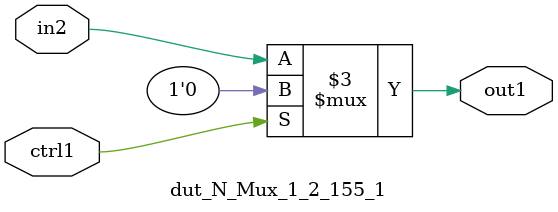
<source format=v>

`timescale 1ps / 1ps


module dut_N_Mux_1_2_155_1( in2, ctrl1, out1 );

    input in2;
    input ctrl1;
    output out1;
    reg out1;

    
    // rtl_process:dut_N_Mux_1_2_155_1/dut_N_Mux_1_2_155_1_thread_1
    always @*
      begin : dut_N_Mux_1_2_155_1_thread_1
        case (ctrl1) 
          1'b1: 
            begin
              out1 = 1'b0;
            end
          default: 
            begin
              out1 = in2;
            end
        endcase
      end

endmodule



</source>
